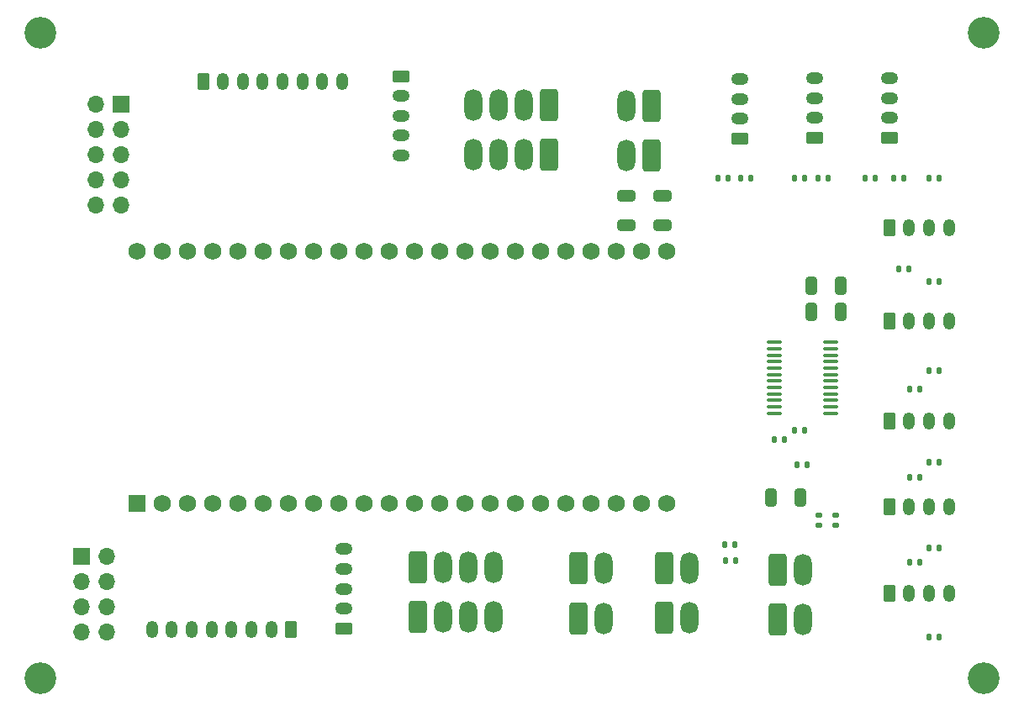
<source format=gbr>
%TF.GenerationSoftware,KiCad,Pcbnew,9.0.0*%
%TF.CreationDate,2025-04-21T23:38:42+01:00*%
%TF.ProjectId,CapyController,43617079-436f-46e7-9472-6f6c6c65722e,rev?*%
%TF.SameCoordinates,Original*%
%TF.FileFunction,Soldermask,Top*%
%TF.FilePolarity,Negative*%
%FSLAX46Y46*%
G04 Gerber Fmt 4.6, Leading zero omitted, Abs format (unit mm)*
G04 Created by KiCad (PCBNEW 9.0.0) date 2025-04-21 23:38:42*
%MOMM*%
%LPD*%
G01*
G04 APERTURE LIST*
G04 Aperture macros list*
%AMRoundRect*
0 Rectangle with rounded corners*
0 $1 Rounding radius*
0 $2 $3 $4 $5 $6 $7 $8 $9 X,Y pos of 4 corners*
0 Add a 4 corners polygon primitive as box body*
4,1,4,$2,$3,$4,$5,$6,$7,$8,$9,$2,$3,0*
0 Add four circle primitives for the rounded corners*
1,1,$1+$1,$2,$3*
1,1,$1+$1,$4,$5*
1,1,$1+$1,$6,$7*
1,1,$1+$1,$8,$9*
0 Add four rect primitives between the rounded corners*
20,1,$1+$1,$2,$3,$4,$5,0*
20,1,$1+$1,$4,$5,$6,$7,0*
20,1,$1+$1,$6,$7,$8,$9,0*
20,1,$1+$1,$8,$9,$2,$3,0*%
G04 Aperture macros list end*
%ADD10C,3.200000*%
%ADD11RoundRect,0.250000X-0.350000X-0.625000X0.350000X-0.625000X0.350000X0.625000X-0.350000X0.625000X0*%
%ADD12O,1.200000X1.750000*%
%ADD13RoundRect,0.250000X0.650000X1.350000X-0.650000X1.350000X-0.650000X-1.350000X0.650000X-1.350000X0*%
%ADD14O,1.800000X3.200000*%
%ADD15RoundRect,0.135000X-0.135000X-0.185000X0.135000X-0.185000X0.135000X0.185000X-0.135000X0.185000X0*%
%ADD16RoundRect,0.135000X0.135000X0.185000X-0.135000X0.185000X-0.135000X-0.185000X0.135000X-0.185000X0*%
%ADD17RoundRect,0.250000X0.625000X-0.350000X0.625000X0.350000X-0.625000X0.350000X-0.625000X-0.350000X0*%
%ADD18O,1.750000X1.200000*%
%ADD19RoundRect,0.250000X0.650000X-0.325000X0.650000X0.325000X-0.650000X0.325000X-0.650000X-0.325000X0*%
%ADD20RoundRect,0.102000X0.765000X-0.765000X0.765000X0.765000X-0.765000X0.765000X-0.765000X-0.765000X0*%
%ADD21C,1.734000*%
%ADD22RoundRect,0.100000X0.637500X0.100000X-0.637500X0.100000X-0.637500X-0.100000X0.637500X-0.100000X0*%
%ADD23R,1.700000X1.700000*%
%ADD24O,1.700000X1.700000*%
%ADD25RoundRect,0.147500X-0.172500X0.147500X-0.172500X-0.147500X0.172500X-0.147500X0.172500X0.147500X0*%
%ADD26RoundRect,0.250000X-0.625000X0.350000X-0.625000X-0.350000X0.625000X-0.350000X0.625000X0.350000X0*%
%ADD27RoundRect,0.250000X0.350000X0.625000X-0.350000X0.625000X-0.350000X-0.625000X0.350000X-0.625000X0*%
%ADD28RoundRect,0.250000X0.325000X0.650000X-0.325000X0.650000X-0.325000X-0.650000X0.325000X-0.650000X0*%
%ADD29RoundRect,0.135000X0.185000X-0.135000X0.185000X0.135000X-0.185000X0.135000X-0.185000X-0.135000X0*%
%ADD30RoundRect,0.250000X-0.650000X-1.350000X0.650000X-1.350000X0.650000X1.350000X-0.650000X1.350000X0*%
G04 APERTURE END LIST*
D10*
%TO.C,REF\u002A\u002A*%
X128000000Y-62000000D03*
%TD*%
%TO.C,REF\u002A\u002A*%
X223000000Y-62000000D03*
%TD*%
%TO.C,REF\u002A\u002A*%
X223000000Y-127000000D03*
%TD*%
%TO.C,REF\u002A\u002A*%
X128000000Y-127000000D03*
%TD*%
D11*
%TO.C,J7*%
X213500000Y-109750000D03*
D12*
X215500000Y-109750000D03*
X217500000Y-109750000D03*
X219500000Y-109750000D03*
%TD*%
D13*
%TO.C,J16*%
X179200000Y-74250000D03*
X179200000Y-69250000D03*
D14*
X176660000Y-74250000D03*
X176660000Y-69250000D03*
X174120000Y-74250000D03*
X174120000Y-69250000D03*
X171580000Y-74250000D03*
X171580000Y-69250000D03*
%TD*%
D15*
%TO.C,R20*%
X196990000Y-115150000D03*
X198010000Y-115150000D03*
%TD*%
%TO.C,R14*%
X213940000Y-76600000D03*
X214960000Y-76600000D03*
%TD*%
%TO.C,R21*%
X196940000Y-113500000D03*
X197960000Y-113500000D03*
%TD*%
%TO.C,R15*%
X211040000Y-76600000D03*
X212060000Y-76600000D03*
%TD*%
%TO.C,R19*%
X196240000Y-76600000D03*
X197260000Y-76600000D03*
%TD*%
D16*
%TO.C,R9*%
X216535000Y-97875000D03*
X215515000Y-97875000D03*
%TD*%
D11*
%TO.C,J10*%
X213500000Y-81600000D03*
D12*
X215500000Y-81600000D03*
X217500000Y-81600000D03*
X219500000Y-81600000D03*
%TD*%
D17*
%TO.C,J13*%
X198450000Y-72650000D03*
D18*
X198450000Y-70650000D03*
X198450000Y-68650000D03*
X198450000Y-66650000D03*
%TD*%
D13*
%TO.C,J17*%
X189600000Y-74350000D03*
X189600000Y-69350000D03*
D14*
X187060000Y-74350000D03*
X187060000Y-69350000D03*
%TD*%
D15*
%TO.C,R13*%
X214465000Y-85775000D03*
X215485000Y-85775000D03*
%TD*%
D19*
%TO.C,C2*%
X187025000Y-81375000D03*
X187025000Y-78425000D03*
%TD*%
D15*
%TO.C,R12*%
X217490000Y-76600000D03*
X218510000Y-76600000D03*
%TD*%
%TO.C,R22*%
X204190000Y-105500000D03*
X205210000Y-105500000D03*
%TD*%
D20*
%TO.C,U1*%
X137765000Y-109405000D03*
D21*
X140305000Y-109405000D03*
X142845000Y-109405000D03*
X145385000Y-109405000D03*
X147925000Y-109405000D03*
X150465000Y-109405000D03*
X153005000Y-109405000D03*
X155545000Y-109405000D03*
X158085000Y-109405000D03*
X160625000Y-109405000D03*
X163165000Y-109405000D03*
X165705000Y-109405000D03*
X168245000Y-109405000D03*
X170785000Y-109405000D03*
X173325000Y-109405000D03*
X175865000Y-109405000D03*
X178405000Y-109405000D03*
X180945000Y-109405000D03*
X183485000Y-109405000D03*
X186025000Y-109405000D03*
X188565000Y-109405000D03*
X191105000Y-109405000D03*
X137765000Y-83995000D03*
X140305000Y-83995000D03*
X142845000Y-83995000D03*
X145385000Y-83995000D03*
X147925000Y-83995000D03*
X150465000Y-83995000D03*
X153005000Y-83995000D03*
X155545000Y-83995000D03*
X158085000Y-83995000D03*
X160625000Y-83995000D03*
X163165000Y-83995000D03*
X165705000Y-83995000D03*
X168245000Y-83995000D03*
X170785000Y-83995000D03*
X173325000Y-83995000D03*
X175865000Y-83995000D03*
X178405000Y-83995000D03*
X180945000Y-83995000D03*
X183485000Y-83995000D03*
X186025000Y-83995000D03*
X188565000Y-83995000D03*
X191105000Y-83995000D03*
%TD*%
D17*
%TO.C,J12*%
X206000000Y-72550000D03*
D18*
X206000000Y-70550000D03*
X206000000Y-68550000D03*
X206000000Y-66550000D03*
%TD*%
D11*
%TO.C,J8*%
X213500000Y-101100000D03*
D12*
X215500000Y-101100000D03*
X217500000Y-101100000D03*
X219500000Y-101100000D03*
%TD*%
D15*
%TO.C,R6*%
X217465000Y-113850000D03*
X218485000Y-113850000D03*
%TD*%
D19*
%TO.C,C1*%
X190650000Y-81375000D03*
X190650000Y-78425000D03*
%TD*%
D22*
%TO.C,U2*%
X207625000Y-100300000D03*
X207625000Y-99650000D03*
X207625000Y-99000000D03*
X207625000Y-98350000D03*
X207625000Y-97700000D03*
X207625000Y-97050000D03*
X207625000Y-96400000D03*
X207625000Y-95750000D03*
X207625000Y-95100000D03*
X207625000Y-94450000D03*
X207625000Y-93800000D03*
X207625000Y-93150000D03*
X201900000Y-93150000D03*
X201900000Y-93800000D03*
X201900000Y-94450000D03*
X201900000Y-95100000D03*
X201900000Y-95750000D03*
X201900000Y-96400000D03*
X201900000Y-97050000D03*
X201900000Y-97700000D03*
X201900000Y-98350000D03*
X201900000Y-99000000D03*
X201900000Y-99650000D03*
X201900000Y-100300000D03*
%TD*%
D23*
%TO.C,J19*%
X132160000Y-114700000D03*
D24*
X134700000Y-114700000D03*
X132160000Y-117240000D03*
X134700000Y-117240000D03*
X132160000Y-119780000D03*
X134700000Y-119780000D03*
X132160000Y-122320000D03*
X134700000Y-122320000D03*
%TD*%
D25*
%TO.C,D1*%
X208100000Y-110615000D03*
X208100000Y-111585000D03*
%TD*%
D26*
%TO.C,J4*%
X164350000Y-66350000D03*
D18*
X164350000Y-68350000D03*
X164350000Y-70350000D03*
X164350000Y-72350000D03*
X164350000Y-74350000D03*
%TD*%
D11*
%TO.C,J3*%
X144400000Y-66900000D03*
D12*
X146400000Y-66900000D03*
X148400000Y-66900000D03*
X150400000Y-66900000D03*
X152400000Y-66900000D03*
X154400000Y-66900000D03*
X156400000Y-66900000D03*
X158400000Y-66900000D03*
%TD*%
D27*
%TO.C,J2*%
X153250000Y-122100000D03*
D12*
X151250000Y-122100000D03*
X149250000Y-122100000D03*
X147250000Y-122100000D03*
X145250000Y-122100000D03*
X143250000Y-122100000D03*
X141250000Y-122100000D03*
X139250000Y-122100000D03*
%TD*%
D28*
%TO.C,C5*%
X208625000Y-87450000D03*
X205675000Y-87450000D03*
%TD*%
D15*
%TO.C,R16*%
X206290000Y-76600000D03*
X207310000Y-76600000D03*
%TD*%
D29*
%TO.C,R1*%
X206450000Y-111610000D03*
X206450000Y-110590000D03*
%TD*%
D16*
%TO.C,R2*%
X205010000Y-102000000D03*
X203990000Y-102000000D03*
%TD*%
D15*
%TO.C,R17*%
X203940000Y-76600000D03*
X204960000Y-76600000D03*
%TD*%
D11*
%TO.C,J9*%
X213500000Y-91025000D03*
D12*
X215500000Y-91025000D03*
X217500000Y-91025000D03*
X219500000Y-91025000D03*
%TD*%
D16*
%TO.C,R5*%
X216535000Y-115300000D03*
X215515000Y-115300000D03*
%TD*%
D30*
%TO.C,J14*%
X182210000Y-115950000D03*
X182210000Y-120950000D03*
D14*
X184750000Y-115950000D03*
X184750000Y-120950000D03*
%TD*%
D16*
%TO.C,R7*%
X216535000Y-106775000D03*
X215515000Y-106775000D03*
%TD*%
D17*
%TO.C,J11*%
X213500000Y-72550000D03*
D18*
X213500000Y-70550000D03*
X213500000Y-68550000D03*
X213500000Y-66550000D03*
%TD*%
D28*
%TO.C,C4*%
X208625000Y-90050000D03*
X205675000Y-90050000D03*
%TD*%
D15*
%TO.C,R11*%
X217490000Y-87000000D03*
X218510000Y-87000000D03*
%TD*%
D28*
%TO.C,C3*%
X204575000Y-108800000D03*
X201625000Y-108800000D03*
%TD*%
D30*
%TO.C,J15*%
X190860000Y-115900000D03*
X190860000Y-120900000D03*
D14*
X193400000Y-115900000D03*
X193400000Y-120900000D03*
%TD*%
D11*
%TO.C,J6*%
X213500000Y-118425000D03*
D12*
X215500000Y-118425000D03*
X217500000Y-118425000D03*
X219500000Y-118425000D03*
%TD*%
D23*
%TO.C,J20*%
X136140000Y-69190000D03*
D24*
X133600000Y-69190000D03*
X136140000Y-71730000D03*
X133600000Y-71730000D03*
X136140000Y-74270000D03*
X133600000Y-74270000D03*
X136140000Y-76810000D03*
X133600000Y-76810000D03*
X136140000Y-79350000D03*
X133600000Y-79350000D03*
%TD*%
D15*
%TO.C,R18*%
X198540000Y-76600000D03*
X199560000Y-76600000D03*
%TD*%
%TO.C,R4*%
X217490000Y-122875000D03*
X218510000Y-122875000D03*
%TD*%
D17*
%TO.C,J5*%
X158600000Y-122000000D03*
D18*
X158600000Y-120000000D03*
X158600000Y-118000000D03*
X158600000Y-116000000D03*
X158600000Y-114000000D03*
%TD*%
D30*
%TO.C,J18*%
X166000000Y-115800000D03*
X166000000Y-120800000D03*
D14*
X168540000Y-115800000D03*
X168540000Y-120800000D03*
X171080000Y-115800000D03*
X171080000Y-120800000D03*
X173620000Y-115800000D03*
X173620000Y-120800000D03*
%TD*%
D15*
%TO.C,R10*%
X217490000Y-96000000D03*
X218510000Y-96000000D03*
%TD*%
D30*
%TO.C,J1*%
X202250000Y-116050000D03*
X202250000Y-121050000D03*
D14*
X204790000Y-116050000D03*
X204790000Y-121050000D03*
%TD*%
D15*
%TO.C,R3*%
X201890000Y-103000000D03*
X202910000Y-103000000D03*
%TD*%
%TO.C,R8*%
X217490000Y-105250000D03*
X218510000Y-105250000D03*
%TD*%
M02*

</source>
